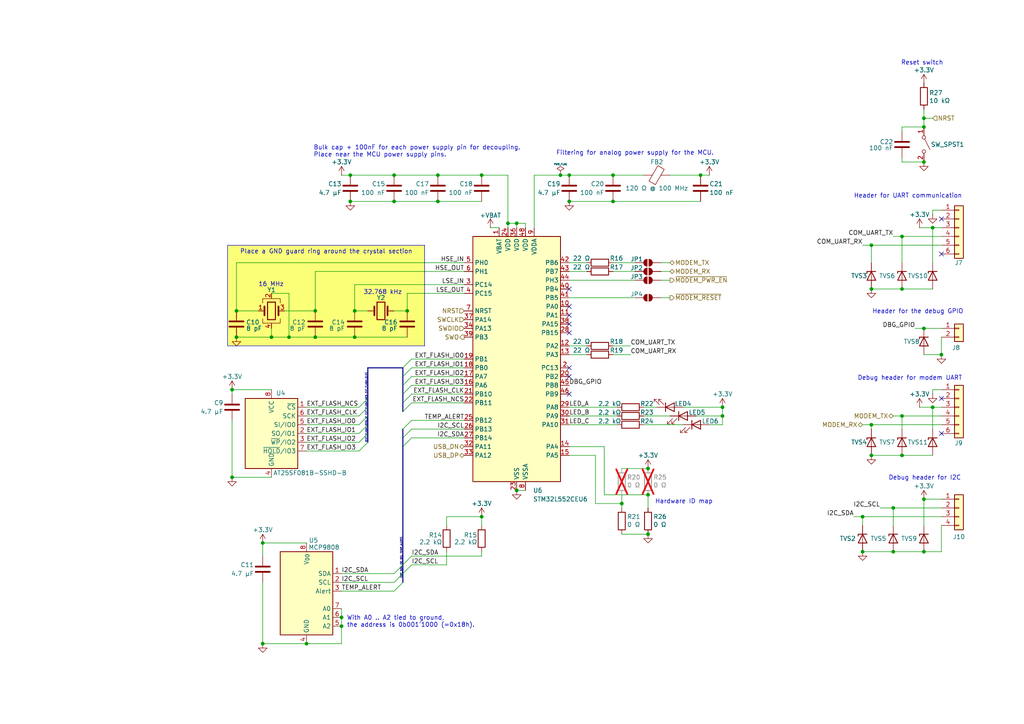
<source format=kicad_sch>
(kicad_sch (version 20231120) (generator "eeschema") (generator_version "8.0")
  (paper "A4")
  (title_block (title "Iida devkit") (date "2024-09-25") (rev "v4.2.0"))
  (lib_symbols
    (symbol "Connector_Generic:Conn_01x02" (pin_names (offset 1.016) hide)
      (property "Reference" "J" (at 0 2.54 0))
      (property "Value" "Conn_01x02" (at 0 -5.08 0))
      (symbol "Conn_01x02_1_1"
        (pin passive line (at -5.08 0 0) (length 3.81) (name "Pin_1") (number "1"))
        (pin passive line (at -5.08 -2.54 0) (length 3.81) (name "Pin_2") (number "2"))
      )
    )
    (symbol "Connector_Generic:Conn_01x04" (pin_names (offset 1.016) hide)
      (property "Reference" "J" (at 0 5.08 0))
      (property "Value" "Conn_01x04" (at 0 -7.62 0))
      (symbol "Conn_01x04_1_1"
        (pin passive line (at -5.08 2.54 0) (length 3.81) (name "Pin_1") (number "1"))
        (pin passive line (at -5.08 0 0) (length 3.81) (name "Pin_2") (number "2"))
        (pin passive line (at -5.08 -2.54 0) (length 3.81) (name "Pin_3") (number "3"))
        (pin passive line (at -5.08 -5.08 0) (length 3.81) (name "Pin_4") (number "4"))
      )
    )
    (symbol "Connector_Generic:Conn_01x06" (pin_names (offset 1.016) hide)
      (property "Reference" "J" (at 0 7.62 0))
      (property "Value" "Conn_01x06" (at 0 -10.16 0))
      (symbol "Conn_01x06_1_1"
        (pin passive line (at -5.08 5.08 0) (length 3.81) (name "Pin_1") (number "1"))
        (pin passive line (at -5.08 2.54 0) (length 3.81) (name "Pin_2") (number "2"))
        (pin passive line (at -5.08 0 0) (length 3.81) (name "Pin_3") (number "3"))
        (pin passive line (at -5.08 -2.54 0) (length 3.81) (name "Pin_4") (number "4"))
        (pin passive line (at -5.08 -5.08 0) (length 3.81) (name "Pin_5") (number "5"))
        (pin passive line (at -5.08 -7.62 0) (length 3.81) (name "Pin_6") (number "6"))
      )
    )
    (symbol "Device:C" (pin_numbers hide) (pin_names (offset 0.254))
      (property "Reference" "C" (at 0.635 2.54 0))
      (property "Value" "C" (at 0.635 -2.54 0))
      (symbol "C_1_1"
        (pin passive line (at 0 3.81 270) (length 2.794) (name "~") (number "1"))
        (pin passive line (at 0 -3.81 90) (length 2.794) (name "~") (number "2"))
      )
    )
    (symbol "Device:Crystal" (pin_numbers hide) (pin_names (offset 1.016) hide)
      (property "Reference" "Y" (at 0 3.81 0))
      (property "Value" "Crystal" (at 0 -3.81 0))
      (symbol "Crystal_1_1"
        (pin passive line (at -3.81 0 0) (length 1.27) (name "1") (number "1"))
        (pin passive line (at 3.81 0 180) (length 1.27) (name "2") (number "2"))
      )
    )
    (symbol "Device:Crystal_GND24" (pin_names (offset 1.016) hide)
      (property "Reference" "Y" (at 3.175 5.08 0))
      (property "Value" "Crystal_GND24" (at 3.175 3.175 0))
      (symbol "Crystal_GND24_1_1"
        (pin passive line (at -3.81 0 0) (length 1.27) (name "1") (number "1"))
        (pin passive line (at 0 5.08 270) (length 1.27) (name "2") (number "2"))
        (pin passive line (at 3.81 0 180) (length 1.27) (name "3") (number "3"))
        (pin passive line (at 0 -5.08 90) (length 1.27) (name "4") (number "4"))
      )
    )
    (symbol "Device:D_Zener" (pin_numbers hide) (pin_names (offset 1.016) hide)
      (property "Reference" "D" (at 0 2.54 0))
      (property "Value" "D_Zener" (at 0 -2.54 0))
      (symbol "D_Zener_1_1"
        (pin passive line (at -3.81 0 0) (length 2.54) (name "K") (number "1"))
        (pin passive line (at 3.81 0 180) (length 2.54) (name "A") (number "2"))
      )
    )
    (symbol "Device:FerriteBead" (pin_numbers hide) (pin_names (offset 0))
      (property "Reference" "FB" (at -3.81 0.635 90))
      (property "Value" "FerriteBead" (at 3.81 0 90))
      (symbol "FerriteBead_1_1"
        (pin passive line (at 0 3.81 270) (length 2.54) (name "~") (number "1"))
        (pin passive line (at 0 -3.81 90) (length 2.54) (name "~") (number "2"))
      )
    )
    (symbol "Device:LED" (pin_numbers hide) (pin_names (offset 1.016) hide)
      (property "Reference" "D" (at 0 2.54 0))
      (property "Value" "LED" (at 0 -2.54 0))
      (symbol "LED_1_1"
        (pin passive line (at -3.81 0 0) (length 2.54) (name "K") (number "1"))
        (pin passive line (at 3.81 0 180) (length 2.54) (name "A") (number "2"))
      )
    )
    (symbol "Device:R" (pin_numbers hide) (pin_names (offset 0))
      (property "Reference" "R" (at 2.032 0 90))
      (property "Value" "R" (at 0 0 90))
      (symbol "R_1_1"
        (pin passive line (at 0 3.81 270) (length 1.27) (name "~") (number "1"))
        (pin passive line (at 0 -3.81 90) (length 1.27) (name "~") (number "2"))
      )
    )
    (symbol "Jumper:SolderJumper_2_Open" (pin_numbers hide) (pin_names (offset 0) hide) (exclude_from_sim yes) (in_bom no)
      (property "Reference" "JP" (at 0 2.032 0))
      (property "Value" "SolderJumper_2_Open" (at 0 -2.54 0))
      (symbol "SolderJumper_2_Open_1_1"
        (pin passive line (at -3.81 0 0) (length 2.54) (name "A") (number "1"))
        (pin passive line (at 3.81 0 180) (length 2.54) (name "B") (number "2"))
      )
    )
    (symbol "MCP9808:MCP9808"
      (property "Reference" "U" (at 0 2.032 0))
      (property "Value" "MCP9808" (at 0 0 0))
      (symbol "MCP9808_1_1"
        (pin bidirectional line (at -10.16 -7.62 0) (length 2.54) (name "SDA") (number "1"))
        (pin input line (at -10.16 -10.16 0) (length 2.54) (name "SCL") (number "2"))
        (pin output line (at -10.16 -12.7 0) (length 2.54) (name "Alert") (number "3"))
        (pin power_in line (at 0 -27.94 90) (length 2.54) (name "GND") (number "4"))
        (pin input line (at -10.16 -22.86 0) (length 2.54) (name "A2") (number "5"))
        (pin input line (at -10.16 -20.32 0) (length 2.54) (name "A1") (number "6"))
        (pin input line (at -10.16 -17.78 0) (length 2.54) (name "A0") (number "7"))
        (pin power_in line (at 0 1.27 270) (length 2.54) (name "V_{DD}") (number "8"))
      )
    )
    (symbol "Memory_Flash:AT25SF081-SSHD-X"
      (property "Reference" "U" (at -6.35 11.43 0))
      (property "Value" "AT25SF081-SSHD-X" (at 11.43 11.43 0))
      (symbol "AT25SF081-SSHD-X_1_1"
        (pin input line (at -10.16 7.62 0) (length 2.54) (name "~{CS}") (number "1"))
        (pin bidirectional line (at -10.16 0 0) (length 2.54) (name "SO/IO1") (number "2"))
        (pin bidirectional line (at -10.16 -2.54 0) (length 2.54) (name "~{WP}/IO2") (number "3"))
        (pin power_in line (at 0 -12.7 90) (length 2.54) (name "GND") (number "4"))
        (pin bidirectional line (at -10.16 2.54 0) (length 2.54) (name "SI/IO0") (number "5"))
        (pin input line (at -10.16 5.08 0) (length 2.54) (name "SCK") (number "6"))
        (pin bidirectional line (at -10.16 -5.08 0) (length 2.54) (name "~{HOLD}/IO3") (number "7"))
        (pin power_in line (at 0 12.7 270) (length 2.54) (name "VCC") (number "8"))
      )
    )
    (symbol "STM32L552CEU6:STM32L552CEUx"
      (property "Reference" "U2" (at 4.7341 -37.465 0))
      (property "Value" "STM32L552CEU6" (at 4.7341 -40.005 0))
      (symbol "STM32L552CEUx_1_1"
        (pin power_in line (at -5.08 38.1 270) (length 2.54) (name "VBAT") (number "1"))
        (pin bidirectional line (at 15.24 15.24 180) (length 2.54) (name "PA0") (number "10"))
        (pin bidirectional line (at 15.24 12.7 180) (length 2.54) (name "PA1") (number "11"))
        (pin bidirectional line (at 15.24 3.81 180) (length 2.54) (name "PA2") (number "12"))
        (pin bidirectional line (at 15.24 1.27 180) (length 2.54) (name "PA3") (number "13"))
        (pin bidirectional line (at 15.24 -25.4 180) (length 2.54) (name "PA4") (number "14"))
        (pin bidirectional line (at 15.24 -27.94 180) (length 2.54) (name "PA5") (number "15"))
        (pin bidirectional line (at -15.24 -7.62 0) (length 2.54) (name "PA6") (number "16"))
        (pin bidirectional line (at -15.24 -5.08 0) (length 2.54) (name "PA7") (number "17"))
        (pin bidirectional line (at -15.24 -2.54 0) (length 2.54) (name "PB0") (number "18"))
        (pin bidirectional line (at -15.24 0 0) (length 2.54) (name "PB1") (number "19"))
        (pin bidirectional line (at 15.24 -2.54 180) (length 2.54) (name "PC13") (number "2"))
        (pin bidirectional line (at 15.24 -5.08 180) (length 2.54) (name "PB2") (number "20"))
        (pin bidirectional line (at -15.24 -10.16 0) (length 2.54) (name "PB10") (number "21"))
        (pin bidirectional line (at -15.24 -12.7 0) (length 2.54) (name "PB11") (number "22"))
        (pin power_in line (at 0 -38.1 90) (length 2.54) (name "VSS") (number "23"))
        (pin power_in line (at -2.54 38.1 270) (length 2.54) (name "VDD") (number "24"))
        (pin bidirectional line (at -15.24 -17.78 0) (length 2.54) (name "PB12") (number "25"))
        (pin bidirectional line (at -15.24 -20.32 0) (length 2.54) (name "PB13") (number "26"))
        (pin bidirectional line (at -15.24 -22.86 0) (length 2.54) (name "PB14") (number "27"))
        (pin bidirectional line (at 15.24 7.62 180) (length 2.54) (name "PB15") (number "28"))
        (pin bidirectional line (at 15.24 -13.97 180) (length 2.54) (name "PA8") (number "29"))
        (pin bidirectional line (at -15.24 21.59 0) (length 2.54) (name "PC14") (number "3"))
        (pin bidirectional line (at 15.24 -16.51 180) (length 2.54) (name "PA9") (number "30"))
        (pin bidirectional line (at 15.24 -19.05 180) (length 2.54) (name "PA10") (number "31"))
        (pin bidirectional line (at -15.24 -25.4 0) (length 2.54) (name "PA11") (number "32"))
        (pin bidirectional line (at -15.24 -27.94 0) (length 2.54) (name "PA12") (number "33"))
        (pin bidirectional line (at -15.24 8.89 0) (length 2.54) (name "PA13") (number "34"))
        (pin passive line (at 0 -38.1 90) (length 2.54) hide (name "VSS") (number "35"))
        (pin power_in line (at 0 38.1 270) (length 2.54) (name "VDD") (number "36"))
        (pin bidirectional line (at -15.24 11.43 0) (length 2.54) (name "PA14") (number "37"))
        (pin bidirectional line (at 15.24 10.16 180) (length 2.54) (name "PA15") (number "38"))
        (pin bidirectional line (at -15.24 6.35 0) (length 2.54) (name "PB3") (number "39"))
        (pin bidirectional line (at -15.24 19.05 0) (length 2.54) (name "PC15") (number "4"))
        (pin bidirectional line (at 15.24 20.32 180) (length 2.54) (name "PB4") (number "40"))
        (pin bidirectional line (at 15.24 17.78 180) (length 2.54) (name "PB5") (number "41"))
        (pin bidirectional line (at 15.24 27.94 180) (length 2.54) (name "PB6") (number "42"))
        (pin bidirectional line (at 15.24 25.4 180) (length 2.54) (name "PB7") (number "43"))
        (pin bidirectional line (at 15.24 22.86 180) (length 2.54) (name "PH3") (number "44"))
        (pin bidirectional line (at 15.24 -7.62 180) (length 2.54) (name "PB8") (number "45"))
        (pin bidirectional line (at 15.24 -10.16 180) (length 2.54) (name "PB9") (number "46"))
        (pin passive line (at 0 -38.1 90) (length 2.54) hide (name "VSS") (number "47"))
        (pin power_in line (at 2.54 38.1 270) (length 2.54) (name "VDD") (number "48"))
        (pin passive line (at 0 -38.1 90) (length 2.54) hide (name "VSS") (number "49"))
        (pin bidirectional line (at -15.24 27.94 0) (length 2.54) (name "PH0") (number "5"))
        (pin bidirectional line (at -15.24 25.4 0) (length 2.54) (name "PH1") (number "6"))
        (pin input line (at -15.24 13.97 0) (length 2.54) (name "NRST") (number "7"))
        (pin power_in line (at 2.54 -38.1 90) (length 2.54) (name "VSSA") (number "8"))
        (pin power_in line (at 5.08 38.1 270) (length 2.54) (name "VDDA") (number "9"))
      )
    )
    (symbol "Switch:SW_SPST" (pin_names (offset 0) hide)
      (property "Reference" "SW" (at 0 3.175 0))
      (property "Value" "SW_SPST" (at 0 -2.54 0))
      (symbol "SW_SPST_1_1"
        (pin passive line (at -5.08 0 0) (length 2.54) (name "A") (number "1"))
        (pin passive line (at 5.08 0 180) (length 2.54) (name "B") (number "2"))
      )
    )
    (symbol "power:+3.3V" (power) (pin_numbers hide) (pin_names (offset 0) hide)
      (property "Value" "+3.3V" (at 0 3.556 0))
      (symbol "+3.3V_1_1"
        (pin power_in line (at 0 0 90) (length 0) (name "~") (number "1"))
      )
    )
    (symbol "power:+BATT" (power) (pin_numbers hide) (pin_names (offset 0) hide)
      (property "Value" "+BATT" (at 0 3.556 0))
      (symbol "+BATT_1_1"
        (pin power_in line (at 0 0 90) (length 0) (name "~") (number "1"))
      )
    )
    (symbol "power:GND" (power) (pin_numbers hide) (pin_names (offset 0) hide)
      (property "Value" "GND" (at 0 -3.81 0))
      (symbol "GND_1_1"
        (pin power_in line (at 0 0 270) (length 0) (name "~") (number "1"))
      )
    )
    (symbol "power:PWR_FLAG" (power) (pin_numbers hide) (pin_names (offset 0) hide)
      (property "Value" "PWR_FLAG" (at 0 3.81 0))
      (symbol "PWR_FLAG_0_0"
        (pin power_out line (at 0 0 90) (length 0) (name "~") (number "1"))
      )
    )
  )
  (junction (at 149.86 64.77))
  (junction (at 127 58.42))
  (junction (at 102.87 97.79))
  (junction (at 261.62 68.58))
  (junction (at 250.19 149.86))
  (junction (at 114.3 50.8))
  (junction (at 203.2 50.8))
  (junction (at 165.1 58.42))
  (junction (at 259.08 147.32))
  (junction (at 187.96 135.89))
  (junction (at 139.7 50.8))
  (junction (at 252.73 71.12))
  (junction (at 114.3 58.42))
  (junction (at 252.73 83.82))
  (junction (at 101.6 58.42))
  (junction (at 88.9 186.69))
  (junction (at 177.8 50.8))
  (junction (at 165.1 50.8))
  (junction (at 127 50.8))
  (junction (at 99.06 181.61))
  (junction (at 267.97 36.83))
  (junction (at 147.32 64.77))
  (junction (at 91.44 97.79))
  (junction (at 180.34 146.05))
  (junction (at 187.96 143.51))
  (junction (at 261.62 120.65))
  (junction (at 273.05 102.87))
  (junction (at 91.44 90.17))
  (junction (at 101.6 50.8))
  (junction (at 177.8 58.42))
  (junction (at 78.74 97.79))
  (junction (at 149.86 142.24))
  (junction (at 267.97 46.99))
  (junction (at 209.55 118.11))
  (junction (at 68.58 90.17))
  (junction (at 76.2 157.48))
  (junction (at 187.96 154.94))
  (junction (at 67.31 138.43))
  (junction (at 209.55 120.65))
  (junction (at 102.87 90.17))
  (junction (at 99.06 179.07))
  (junction (at 67.31 113.03))
  (junction (at 267.97 160.02))
  (junction (at 270.51 118.11))
  (junction (at 252.73 123.19))
  (junction (at 139.7 149.86))
  (junction (at 162.56 50.8))
  (junction (at 267.97 144.78))
  (junction (at 68.58 97.79))
  (junction (at 83.82 97.79))
  (junction (at 259.08 160.02))
  (junction (at 261.62 83.82))
  (junction (at 270.51 66.04))
  (junction (at 267.97 34.29))
  (junction (at 252.73 132.08))
  (junction (at 76.2 186.69))
  (junction (at 261.62 132.08))
  (junction (at 267.97 95.25))
  (junction (at 118.11 90.17))
  (junction (at 250.19 160.02))
  (no_connect (at 165.1 88.9))
  (no_connect (at 273.05 125.73))
  (no_connect (at 165.1 114.3))
  (no_connect (at 273.05 73.66))
  (no_connect (at 165.1 96.52))
  (no_connect (at 273.05 115.57))
  (no_connect (at 165.1 106.68))
  (no_connect (at 165.1 93.98))
  (no_connect (at 165.1 109.22))
  (no_connect (at 165.1 91.44))
  (no_connect (at 273.05 63.5))
  (no_connect (at 165.1 83.82))
  (bus_entry (at 116.84 106.68) (size 2.54 -2.54))
  (bus_entry (at 116.84 114.3) (size 2.54 -2.54))
  (bus_entry (at 116.84 124.46) (size 2.54 -2.54))
  (bus_entry (at 116.84 127) (size 2.54 -2.54))
  (bus_entry (at 106.68 125.73) (size -2.54 2.54))
  (bus_entry (at 106.68 123.19) (size -2.54 2.54))
  (bus_entry (at 116.84 166.37) (size -2.54 2.54))
  (bus_entry (at 116.84 166.37) (size 2.54 -2.54))
  (bus_entry (at 116.84 119.38) (size 2.54 -2.54))
  (bus_entry (at 106.68 128.27) (size -2.54 2.54))
  (bus_entry (at 116.84 116.84) (size 2.54 -2.54))
  (bus_entry (at 116.84 163.83) (size 2.54 -2.54))
  (bus_entry (at 116.84 163.83) (size -2.54 2.54))
  (bus_entry (at 116.84 168.91) (size -2.54 2.54))
  (bus_entry (at 106.68 115.57) (size -2.54 2.54))
  (bus_entry (at 116.84 109.22) (size 2.54 -2.54))
  (bus_entry (at 116.84 111.76) (size 2.54 -2.54))
  (bus_entry (at 116.84 129.54) (size 2.54 -2.54))
  (bus_entry (at 106.68 118.11) (size -2.54 2.54))
  (bus_entry (at 106.68 120.65) (size -2.54 2.54))
  (bus (pts (xy 106.68 106.68) (xy 106.68 115.57)))
  (wire (pts (xy 78.74 85.09) (xy 83.82 85.09)))
  (wire (pts (xy 267.97 144.78) (xy 273.05 144.78)))
  (wire (pts (xy 270.51 114.3) (xy 270.51 113.03)))
  (wire (pts (xy 83.82 97.79) (xy 91.44 97.79)))
  (wire (pts (xy 209.55 120.65) (xy 209.55 123.19)))
  (wire (pts (xy 91.44 97.79) (xy 102.87 97.79)))
  (wire (pts (xy 203.2 58.42) (xy 177.8 58.42)))
  (wire (pts (xy 198.12 118.11) (xy 209.55 118.11)))
  (wire (pts (xy 91.44 78.74) (xy 134.62 78.74)))
  (wire (pts (xy 104.14 118.11) (xy 88.9 118.11)))
  (bus (pts (xy 116.84 116.84) (xy 116.84 119.38)))
  (wire (pts (xy 165.1 86.36) (xy 184.15 86.36)))
  (wire (pts (xy 247.65 149.86) (xy 250.19 149.86)))
  (wire (pts (xy 88.9 157.48) (xy 76.2 157.48)))
  (wire (pts (xy 261.62 36.83) (xy 267.97 36.83)))
  (wire (pts (xy 119.38 109.22) (xy 134.62 109.22)))
  (wire (pts (xy 201.93 120.65) (xy 209.55 120.65)))
  (wire (pts (xy 119.38 111.76) (xy 134.62 111.76)))
  (wire (pts (xy 114.3 90.17) (xy 118.11 90.17)))
  (wire (pts (xy 102.87 82.55) (xy 134.62 82.55)))
  (wire (pts (xy 187.96 154.94) (xy 180.34 154.94)))
  (wire (pts (xy 252.73 71.12) (xy 273.05 71.12)))
  (wire (pts (xy 186.69 120.65) (xy 194.31 120.65)))
  (wire (pts (xy 99.06 179.07) (xy 99.06 181.61)))
  (wire (pts (xy 177.8 102.87) (xy 182.88 102.87)))
  (wire (pts (xy 67.31 138.43) (xy 67.31 121.92)))
  (wire (pts (xy 76.2 157.48) (xy 76.2 161.29)))
  (wire (pts (xy 165.1 76.2) (xy 170.18 76.2)))
  (wire (pts (xy 180.34 147.32) (xy 180.34 146.05)))
  (wire (pts (xy 147.32 64.77) (xy 149.86 64.77)))
  (wire (pts (xy 152.4 64.77) (xy 152.4 66.04)))
  (wire (pts (xy 259.08 147.32) (xy 273.05 147.32)))
  (wire (pts (xy 270.51 118.11) (xy 273.05 118.11)))
  (wire (pts (xy 165.1 50.8) (xy 162.56 50.8)))
  (wire (pts (xy 209.55 118.11) (xy 209.55 120.65)))
  (bus (pts (xy 116.84 109.22) (xy 116.84 111.76)))
  (wire (pts (xy 252.73 123.19) (xy 273.05 123.19)))
  (wire (pts (xy 78.74 95.25) (xy 78.74 97.79)))
  (wire (pts (xy 175.26 143.51) (xy 175.26 129.54)))
  (wire (pts (xy 104.14 120.65) (xy 88.9 120.65)))
  (bus (pts (xy 116.84 111.76) (xy 116.84 114.3)))
  (bus (pts (xy 106.68 123.19) (xy 106.68 125.73)))
  (wire (pts (xy 99.06 171.45) (xy 114.3 171.45)))
  (wire (pts (xy 252.73 83.82) (xy 261.62 83.82)))
  (wire (pts (xy 165.1 81.28) (xy 184.15 81.28)))
  (wire (pts (xy 67.31 114.3) (xy 67.31 113.03)))
  (wire (pts (xy 68.58 76.2) (xy 68.58 90.17)))
  (wire (pts (xy 119.38 161.29) (xy 139.7 161.29)))
  (wire (pts (xy 267.97 144.78) (xy 267.97 152.4)))
  (wire (pts (xy 259.08 147.32) (xy 259.08 152.4)))
  (wire (pts (xy 259.08 160.02) (xy 267.97 160.02)))
  (bus (pts (xy 106.68 115.57) (xy 106.68 118.11)))
  (wire (pts (xy 252.73 132.08) (xy 261.62 132.08)))
  (wire (pts (xy 203.2 50.8) (xy 194.31 50.8)))
  (wire (pts (xy 270.51 60.96) (xy 273.05 60.96)))
  (wire (pts (xy 114.3 58.42) (xy 127 58.42)))
  (wire (pts (xy 190.5 118.11) (xy 186.69 118.11)))
  (wire (pts (xy 104.14 125.73) (xy 88.9 125.73)))
  (wire (pts (xy 194.31 76.2) (xy 191.77 76.2)))
  (wire (pts (xy 250.19 123.19) (xy 252.73 123.19)))
  (wire (pts (xy 187.96 135.89) (xy 180.34 135.89)))
  (bus (pts (xy 116.84 163.83) (xy 116.84 166.37)))
  (wire (pts (xy 119.38 104.14) (xy 134.62 104.14)))
  (wire (pts (xy 250.19 160.02) (xy 259.08 160.02)))
  (wire (pts (xy 165.1 120.65) (xy 179.07 120.65)))
  (bus (pts (xy 116.84 127) (xy 116.84 129.54)))
  (wire (pts (xy 250.19 149.86) (xy 250.19 152.4)))
  (wire (pts (xy 259.08 68.58) (xy 261.62 68.58)))
  (wire (pts (xy 99.06 166.37) (xy 114.3 166.37)))
  (wire (pts (xy 114.3 50.8) (xy 127 50.8)))
  (wire (pts (xy 180.34 146.05) (xy 172.72 146.05)))
  (wire (pts (xy 261.62 68.58) (xy 261.62 76.2)))
  (wire (pts (xy 119.38 114.3) (xy 134.62 114.3)))
  (wire (pts (xy 175.26 143.51) (xy 187.96 143.51)))
  (wire (pts (xy 139.7 152.4) (xy 139.7 149.86)))
  (wire (pts (xy 180.34 146.05) (xy 180.34 143.51)))
  (wire (pts (xy 102.87 82.55) (xy 102.87 90.17)))
  (wire (pts (xy 119.38 163.83) (xy 129.54 163.83)))
  (wire (pts (xy 149.86 64.77) (xy 152.4 64.77)))
  (bus (pts (xy 116.84 166.37) (xy 116.84 168.91)))
  (wire (pts (xy 186.69 50.8) (xy 177.8 50.8)))
  (bus (pts (xy 106.68 120.65) (xy 106.68 123.19)))
  (wire (pts (xy 270.51 113.03) (xy 273.05 113.03)))
  (wire (pts (xy 172.72 146.05) (xy 172.72 132.08)))
  (wire (pts (xy 273.05 152.4) (xy 273.05 160.02)))
  (wire (pts (xy 270.51 34.29) (xy 267.97 34.29)))
  (wire (pts (xy 119.38 124.46) (xy 134.62 124.46)))
  (wire (pts (xy 165.1 118.11) (xy 179.07 118.11)))
  (wire (pts (xy 165.1 78.74) (xy 170.18 78.74)))
  (wire (pts (xy 154.94 50.8) (xy 154.94 66.04)))
  (wire (pts (xy 261.62 120.65) (xy 261.62 124.46)))
  (wire (pts (xy 99.06 50.8) (xy 101.6 50.8)))
  (wire (pts (xy 191.77 78.74) (xy 194.31 78.74)))
  (wire (pts (xy 78.74 97.79) (xy 68.58 97.79)))
  (wire (pts (xy 252.73 76.2) (xy 252.73 71.12)))
  (wire (pts (xy 68.58 90.17) (xy 74.93 90.17)))
  (wire (pts (xy 101.6 50.8) (xy 114.3 50.8)))
  (wire (pts (xy 129.54 152.4) (xy 129.54 149.86)))
  (wire (pts (xy 78.74 138.43) (xy 67.31 138.43)))
  (bus (pts (xy 116.84 124.46) (xy 116.84 127)))
  (wire (pts (xy 191.77 81.28) (xy 194.31 81.28)))
  (wire (pts (xy 76.2 186.69) (xy 88.9 186.69)))
  (wire (pts (xy 165.1 102.87) (xy 170.18 102.87)))
  (bus (pts (xy 116.84 129.54) (xy 116.84 163.83)))
  (wire (pts (xy 104.14 128.27) (xy 88.9 128.27)))
  (wire (pts (xy 119.38 106.68) (xy 134.62 106.68)))
  (wire (pts (xy 273.05 160.02) (xy 267.97 160.02)))
  (wire (pts (xy 187.96 143.51) (xy 187.96 147.32)))
  (wire (pts (xy 102.87 97.79) (xy 118.11 97.79)))
  (bus (pts (xy 116.84 114.3) (xy 116.84 116.84)))
  (wire (pts (xy 142.24 66.04) (xy 144.78 66.04)))
  (wire (pts (xy 177.8 100.33) (xy 182.88 100.33)))
  (wire (pts (xy 91.44 78.74) (xy 91.44 90.17)))
  (bus (pts (xy 116.84 106.68) (xy 116.84 109.22)))
  (wire (pts (xy 149.86 64.77) (xy 149.86 66.04)))
  (bus (pts (xy 106.68 106.68) (xy 116.84 106.68)))
  (wire (pts (xy 67.31 113.03) (xy 78.74 113.03)))
  (wire (pts (xy 149.86 142.24) (xy 152.4 142.24)))
  (wire (pts (xy 261.62 46.99) (xy 261.62 45.72)))
  (wire (pts (xy 99.06 181.61) (xy 99.06 186.69)))
  (wire (pts (xy 129.54 160.02) (xy 129.54 163.83)))
  (bus (pts (xy 106.68 118.11) (xy 106.68 120.65)))
  (wire (pts (xy 261.62 120.65) (xy 273.05 120.65)))
  (wire (pts (xy 261.62 68.58) (xy 273.05 68.58)))
  (wire (pts (xy 270.51 62.23) (xy 270.51 60.96)))
  (wire (pts (xy 82.55 90.17) (xy 91.44 90.17)))
  (wire (pts (xy 267.97 102.87) (xy 273.05 102.87)))
  (wire (pts (xy 267.97 95.25) (xy 273.05 95.25)))
  (wire (pts (xy 104.14 130.81) (xy 88.9 130.81)))
  (wire (pts (xy 162.56 50.8) (xy 154.94 50.8)))
  (wire (pts (xy 255.27 147.32) (xy 259.08 147.32)))
  (wire (pts (xy 270.51 66.04) (xy 273.05 66.04)))
  (wire (pts (xy 88.9 186.69) (xy 99.06 186.69)))
  (wire (pts (xy 127 58.42) (xy 139.7 58.42)))
  (wire (pts (xy 177.8 76.2) (xy 184.15 76.2)))
  (wire (pts (xy 127 50.8) (xy 139.7 50.8)))
  (wire (pts (xy 139.7 160.02) (xy 139.7 161.29)))
  (wire (pts (xy 177.8 50.8) (xy 165.1 50.8)))
  (wire (pts (xy 252.73 123.19) (xy 252.73 124.46)))
  (wire (pts (xy 147.32 50.8) (xy 147.32 64.77)))
  (wire (pts (xy 267.97 34.29) (xy 267.97 36.83)))
  (wire (pts (xy 266.7 118.11) (xy 270.51 118.11)))
  (wire (pts (xy 99.06 168.91) (xy 114.3 168.91)))
  (wire (pts (xy 119.38 116.84) (xy 134.62 116.84)))
  (wire (pts (xy 209.55 123.19) (xy 205.74 123.19)))
  (wire (pts (xy 177.8 58.42) (xy 165.1 58.42)))
  (wire (pts (xy 261.62 38.1) (xy 261.62 36.83)))
  (wire (pts (xy 270.51 118.11) (xy 270.51 124.46)))
  (wire (pts (xy 102.87 90.17) (xy 106.68 90.17)))
  (wire (pts (xy 119.38 121.92) (xy 134.62 121.92)))
  (wire (pts (xy 261.62 83.82) (xy 270.51 83.82)))
  (wire (pts (xy 273.05 102.87) (xy 273.05 97.79)))
  (wire (pts (xy 129.54 149.86) (xy 139.7 149.86)))
  (wire (pts (xy 99.06 176.53) (xy 99.06 179.07)))
  (wire (pts (xy 119.38 127) (xy 134.62 127)))
  (wire (pts (xy 175.26 129.54) (xy 165.1 129.54)))
  (wire (pts (xy 266.7 66.04) (xy 270.51 66.04)))
  (wire (pts (xy 250.19 149.86) (xy 273.05 149.86)))
  (wire (pts (xy 250.19 71.12) (xy 252.73 71.12)))
  (wire (pts (xy 104.14 123.19) (xy 88.9 123.19)))
  (wire (pts (xy 101.6 58.42) (xy 114.3 58.42)))
  (wire (pts (xy 134.62 76.2) (xy 68.58 76.2)))
  (wire (pts (xy 186.69 123.19) (xy 198.12 123.19)))
  (wire (pts (xy 83.82 85.09) (xy 83.82 97.79)))
  (wire (pts (xy 261.62 132.08) (xy 270.51 132.08)))
  (wire (pts (xy 76.2 168.91) (xy 76.2 186.69)))
  (wire (pts (xy 165.1 123.19) (xy 179.07 123.19)))
  (wire (pts (xy 165.1 100.33) (xy 170.18 100.33)))
  (wire (pts (xy 134.62 85.09) (xy 118.11 85.09)))
  (wire (pts (xy 267.97 31.75) (xy 267.97 34.29)))
  (wire (pts (xy 270.51 66.04) (xy 270.51 76.2)))
  (wire (pts (xy 177.8 78.74) (xy 184.15 78.74)))
  (wire (pts (xy 191.77 86.36) (xy 194.31 86.36)))
  (wire (pts (xy 259.08 120.65) (xy 261.62 120.65)))
  (wire (pts (xy 147.32 50.8) (xy 139.7 50.8)))
  (wire (pts (xy 265.43 95.25) (xy 267.97 95.25)))
  (bus (pts (xy 106.68 125.73) (xy 106.68 128.27)))
  (wire (pts (xy 267.97 46.99) (xy 261.62 46.99)))
  (wire (pts (xy 205.74 50.8) (xy 203.2 50.8)))
  (wire (pts (xy 172.72 132.08) (xy 165.1 132.08)))
  (wire (pts (xy 78.74 97.79) (xy 83.82 97.79)))
  (wire (pts (xy 118.11 85.09) (xy 118.11 90.17)))
  (wire (pts (xy 147.32 64.77) (xy 147.32 66.04)))
  (text_box "Place a GND guard ring around the crystal section" (at 66.04 71.12 0) (size 57.15 29.21) (fill (type color) (color 251 255 120 1)) (effects (font (size 1.27 1.27)) (justify top)))
  (text "Reset switch" (at 267.462 18.288 0) (effects (font (size 1.27 1.27))))
  (text "Header for the debug GPIO" (at 252.984 90.424 0) (effects (font (size 1.27 1.27)) (justify left)))
  (text "Debug header for modem UART" (at 263.906 109.728 0) (effects (font (size 1.27 1.27))))
  (text "Hardware ID map" (at 198.374 145.542 0) (effects (font (size 1.27 1.27))))
  (text "Filtering for analog power supply for the MCU." (at 161.29 44.45 0) (effects (font (size 1.27 1.27)) (justify left)))
  (text "Debug header for I2C" (at 268.224 138.684 0) (effects (font (size 1.27 1.27))))
  (text "Header for UART communication" (at 247.65 56.896 0) (effects (font (size 1.27 1.27)) (justify left)))
  (text "16 MHz" (at 74.93 83.312 0) (effects (font (size 1.27 1.27)) (justify left bottom)))
  (text "32.768 kHz" (at 105.41 85.598 0) (effects (font (size 1.27 1.27)) (justify left bottom)))
  (text "With A0 .. A2 tied to ground,\nthe address is 0b001'1000 (=0x18h)." (at 100.584 182.118 0) (effects (font (size 1.27 1.27)) (justify left bottom)))
  (text "Bulk cap + 100nF for each power supply pin for decoupling.\nPlace near the MCU power supply pins." (at 90.932 43.942 0) (effects (font (size 1.27 1.27)) (justify left)))
  (label "EXT_FLASH_IO0" (at 88.9 123.19 0))
  (label "EXT_FLASH_IO3" (at 134.62 111.76 180))
  (label "EXT_FLASH_CLK" (at 134.62 114.3 180))
  (label "I2C_SCL" (at 255.27 147.32 180))
  (label "I2C_SDA" (at 119.38 161.29 0))
  (label "COM_UART_RX" (at 182.88 102.87 0))
  (label "I2C_SCL" (at 134.62 124.46 180))
  (label "EXT_FLASH_IO0" (at 134.62 104.14 180))
  (label "LED_B" (at 165.1 120.65 0))
  (label "TEMP_ALERT" (at 99.06 171.45 0))
  (label "EXT_FLASH_IO3" (at 88.9 130.81 0))
  (label "HSE_OUT" (at 134.62 78.74 180))
  (label "COM_UART_TX" (at 182.88 100.33 0))
  (label "I2C_SDA" (at 99.06 166.37 0))
  (label "EXT_FLASH_NCS" (at 88.9 118.11 0))
  (label "COM_UART_TX" (at 259.08 68.58 180))
  (label "EXT_FLASH_IO2" (at 88.9 128.27 0))
  (label "EXT_FLASH_CLK" (at 88.9 120.65 0))
  (label "HSE_IN" (at 134.62 76.2 180))
  (label "I2C_SCL" (at 99.06 168.91 0))
  (label "I2C_SDA" (at 134.62 127 180))
  (label "I2C_SDA" (at 247.65 149.86 180))
  (label "DBG_GPIO" (at 165.1 111.76 0))
  (label "COM_UART_RX" (at 250.19 71.12 180))
  (label "EXT_FLASH_IO2" (at 134.62 109.22 180))
  (label "{I2C_SDA I2C_SCL TEMP_ALERT}" (at 116.84 167.64 90) (effects (font (size 0.5 0.5))))
  (label "LED_A" (at 165.1 118.11 0))
  (label "LSE_IN" (at 134.62 82.55 180))
  (label "LSE_OUT" (at 134.62 85.09 180))
  (label "EXT_FLASH_NCS" (at 134.62 116.84 180))
  (label "LED_C" (at 165.1 123.19 0))
  (label "DBG_GPIO" (at 265.43 95.25 180))
  (label "EXT_FLASH_IO1" (at 88.9 125.73 0))
  (label "TEMP_ALERT" (at 134.62 121.92 180))
  (label "EXT_FLASH_IO1" (at 134.62 106.68 180))
  (label "{EXT_FLASH_IO[0..3] EXT_FLASH_NCS EXT_FLASH_CLK}" (at 106.68 128.27 90) (effects (font (size 0.5 0.5))))
  (label "I2C_SCL" (at 119.38 163.83 0))
  (hierarchical_label "~{MODEM_RESET}" (shape output) (at 194.31 86.36 0))
  (hierarchical_label "MODEM_TX" (shape bidirectional) (at 194.31 76.2 0))
  (hierarchical_label "~{MODEM_PWR_EN}" (shape output) (at 194.31 81.28 0))
  (hierarchical_label "NRST" (shape input) (at 270.51 34.29 0))
  (hierarchical_label "MODEM_RX" (shape bidirectional) (at 194.31 78.74 0))
  (hierarchical_label "SWO" (shape output) (at 134.62 97.79 180))
  (hierarchical_label "MODEM_TX" (shape bidirectional) (at 259.08 120.65 180))
  (hierarchical_label "USB_DP" (shape bidirectional) (at 134.62 132.08 180))
  (hierarchical_label "SWCLK" (shape input) (at 134.62 92.71 180))
  (hierarchical_label "NRST" (shape input) (at 134.62 90.17 180))
  (hierarchical_label "MODEM_RX" (shape bidirectional) (at 250.19 123.19 180))
  (hierarchical_label "USB_DN" (shape bidirectional) (at 134.62 129.54 180))
  (hierarchical_label "SWDIO" (shape input) (at 134.62 95.25 180))
  (symbol (lib_id "Switch:SW_SPST") (at 267.97 41.91 270) (unit 1)
    (property "Reference" "SW_SPST1" (at 274.828 41.91 90))
    (property "Value" "PTS645SK50SMTR92 LFS" (effects (hide yes)))
    (property "Footprint" "Button_Switch_SMD:SW_SPST_PTS645" (effects (hide yes)))
    (property "Manufacturer" "C&K" (effects (hide yes)))
    (property "Manufacturer Part Number" "PTS645SK50SMTR92 LFS" (effects (hide yes)))
    (property "Digi-Key Part Number" "CKN9087CT-ND" (effects (hide yes)))
  )
  (symbol (lib_id "Device:R") (at 180.34 139.7 0) (unit 1) (in_bom no) (dnp yes)
    (property "Reference" "R20" (at 181.864 138.43 0) (effects (justify left)))
    (property "Value" "0 Ω" (at 181.864 140.716 0) (effects (justify left)))
    (property "Footprint" "perfect_footprints:0402_1005_perfect" (effects (hide yes)))
    (property "Manufacturer" "YAGEO" (effects (hide yes)))
    (property "Manufacturer Part Number" "RC0402JR-070RL" (effects (hide yes)))
    (property "Digi-Key Part Number" "311-0.0JRCT-ND" (effects (hide yes)))
  )
  (symbol (lib_id "Connector_Generic:Conn_01x04") (at 278.13 147.32 0) (unit 1)
    (property "Reference" "J10" (at 278.13 155.702 0))
    (property "Value" "PRPC004SAAN-RC" (effects (hide yes)))
    (property "Footprint" "Connector_PinHeader_2.54mm:PinHeader_1x04_P2.54mm_Vertical" (effects (hide yes)))
    (property "Description" "Generic connector, single row, 01x04, script generated (kicad-library-utils/schlib/autogen/connector/)" (effects (hide yes)))
    (property "Digi-Key Part Number" "S1011EC-04-ND" (effects (hide yes)))
    (property "Manufacturer" "Sullins Connector Solutions" (effects (hide yes)))
    (property "Manufacturer Part Number" "PRPC004SAAN-RC" (effects (hide yes)))
  )
  (symbol (lib_id "Device:C") (at 177.8 54.61 0) (mirror y) (unit 1)
    (property "Reference" "C20" (at 175.26 53.34 0) (effects (justify left)))
    (property "Value" "100 nF" (at 175.26 55.88 0) (effects (justify left)))
    (property "Footprint" "perfect_footprints:0402_1005_perfect" (effects (hide yes)))
    (property "Manufacturer" "Würth Elektronik" (effects (hide yes)))
    (property "Manufacturer Part Number" "885012205018" (effects (hide yes)))
    (property "Digi-Key Part Number" "732-7513-1-ND" (effects (hide yes)))
  )
  (symbol (lib_id "power:GND") (at 270.51 114.3 0) (unit 1)
    (property "Reference" "#PWR036" (effects (hide yes)))
    (property "Value" "GND" (effects (hide yes)))
    (property "Description" "Power symbol creates a global label with name \"GND\" , ground" (effects (hide yes)))
  )
  (symbol (lib_id "Device:C") (at 165.1 54.61 0) (mirror y) (unit 1)
    (property "Reference" "C19" (at 162.56 53.34 0) (effects (justify left)))
    (property "Value" "4.7 µF" (at 162.56 55.88 0) (effects (justify left)))
    (property "Footprint" "Capacitor_SMD:C_0603_1608Metric" (effects (hide yes)))
    (property "Manufacturer" "Samsung Electro-Mechanics" (effects (hide yes)))
    (property "Manufacturer Part Number" "CL10A475KP8NNNC" (effects (hide yes)))
    (property "Digi-Key Part Number" "1276-1044-1-ND" (effects (hide yes)))
  )
  (symbol (lib_id "power:PWR_FLAG") (at 162.56 50.8 0) (unit 1)
    (property "Reference" "#FLG05" (effects (hide yes)))
    (property "Value" "PWR_FLAG" (at 162.56 47.625 0) (effects (font (size 0.5 0.5))))
    (property "Description" "Special symbol for telling ERC where power comes from" (effects (hide yes)))
  )
  (symbol (lib_id "Device:D_Zener") (at 270.51 128.27 90) (mirror x) (unit 1)
    (property "Reference" "TVS11" (at 266.192 128.27 90))
    (property "Value" "PE1605M1Q_R1_00001" (effects (hide yes)))
    (property "Footprint" "perfect_footprints:0402_1005_perfect" (effects (hide yes)))
    (property "Digi-Key Part Number" "3757-PE1605M1Q_R1_00001CT-ND" (effects (hide yes)))
    (property "Manufacturer" "Panjit International Inc." (effects (hide yes)))
    (property "Manufacturer Part Number" "PE1605M1Q_R1_00001" (effects (hide yes)))
  )
  (symbol (lib_id "Device:R") (at 173.99 78.74 270) (mirror x) (unit 1)
    (property "Reference" "R17" (at 178.816 77.47 90))
    (property "Value" "22 Ω" (at 168.656 77.47 90))
    (property "Footprint" "perfect_footprints:0402_1005_perfect" (effects (hide yes)))
    (property "Description" "Resistor" (effects (hide yes)))
    (property "Digi-Key Part Number" "311-22.0LRCT-ND" (effects (hide yes)))
    (property "Manufacturer" "YAGEO" (effects (hide yes)))
    (property "Manufacturer Part Number" "RC0402FR-0722RL" (effects (hide yes)))
  )
  (symbol (lib_id "Device:R") (at 180.34 151.13 0) (unit 1)
    (property "Reference" "R21" (at 181.864 149.86 0) (effects (justify left)))
    (property "Value" "0 Ω" (at 181.864 152.146 0) (effects (justify left)))
    (property "Footprint" "perfect_footprints:0402_1005_perfect" (effects (hide yes)))
    (property "Manufacturer" "YAGEO" (effects (hide yes)))
    (property "Manufacturer Part Number" "RC0402JR-070RL" (effects (hide yes)))
    (property "Digi-Key Part Number" "311-0.0JRCT-ND" (effects (hide yes)))
  )
  (symbol (lib_id "Connector_Generic:Conn_01x06") (at 278.13 66.04 0) (unit 1)
    (property "Reference" "J7" (at 276.86 76.2 0) (effects (justify left)))
    (property "Value" "PRPC006SAAN-RC" (effects (hide yes)))
    (property "Footprint" "Connector_PinHeader_2.54mm:PinHeader_1x06_P2.54mm_Vertical" (effects (hide yes)))
    (property "Description" "Generic connector, single row, 01x06, script generated (kicad-library-utils/schlib/autogen/connector/)" (effects (hide yes)))
    (property "Digi-Key Part Number" "S1011EC-06-ND" (effects (hide yes)))
    (property "Manufacturer" "Sullins Connector Solutions" (effects (hide yes)))
    (property "Manufacturer Part Number" "PRPC006SAAN-RC" (effects (hide yes)))
  )
  (symbol (lib_id "Memory_Flash:AT25SF081-SSHD-X") (at 78.74 125.73 0) (mirror y) (unit 1)
    (property "Reference" "U4" (at 82.804 114.046 0) (effects (justify left)))
    (property "Value" "AT25SF081B-SSHD-B" (at 79.248 137.16 0) (effects (justify right)))
    (property "Footprint" "Package_SO:SOIC-8_3.9x4.9mm_P1.27mm" (effects (hide yes)))
    (property "Datasheet" "https://www.renesas.com/us/en/document/dst/at25sf081b-datasheet" (effects (hide yes)))
    (property "Description" "8-Mbit, 2.5V Minimum SPI Serial Flash Memory with Dual-I/O and Quad-I/O Support, SOIC-8" (effects (hide yes)))
    (property "Manufacturer" "Renesas Electronics Corporation" (effects (hide yes)))
    (property "Manufacturer Part Number" "AT25SF081B-SSHD-B" (effects (hide yes)))
    (property "Digi-Key Part Number" "1265-AT25SF081B-SSHD-B-ND" (effects (hide yes)))
  )
  (symbol (lib_id "Device:R") (at 139.7 156.21 0) (unit 1)
    (property "Reference" "R15" (at 138.43 155.194 0) (effects (justify right)))
    (property "Value" "2.2 kΩ" (at 138.43 157.226 0) (effects (justify right)))
    (property "Footprint" "perfect_footprints:0402_1005_perfect" (effects (hide yes)))
    (property "Digi-Key Part Number" "311-2.20KLRCT-ND" (effects (hide yes)))
    (property "Manufacturer" "YAGEO" (effects (hide yes)))
    (property "Manufacturer Part Number" "RC0402FR-072K2L" (effects (hide yes)))
  )
  (symbol (lib_id "Device:C") (at 76.2 165.1 0) (mirror y) (unit 1)
    (property "Reference" "C11" (at 73.66 163.83 0) (effects (justify left)))
    (property "Value" "4.7 µF" (at 73.66 166.37 0) (effects (justify left)))
    (property "Footprint" "Capacitor_SMD:C_0603_1608Metric" (effects (hide yes)))
    (property "Manufacturer" "Samsung Electro-Mechanics" (effects (hide yes)))
    (property "Manufacturer Part Number" "CL10A475KP8NNNC" (effects (hide yes)))
    (property "Digi-Key Part Number" "1276-1044-1-ND" (effects (hide yes)))
  )
  (symbol (lib_id "MCP9808:MCP9808") (at 88.9 158.75 0) (mirror y) (unit 1)
    (property "Reference" "U5" (at 90.932 156.718 0))
    (property "Value" "MCP9808" (at 93.98 158.75 0))
    (property "Footprint" "Package_SO:MSOP-8_3x3mm_P0.65mm" (effects (hide yes)))
    (property "Datasheet" "http://ww1.microchip.com/downloads/en/DeviceDoc/22203b.pdf" (effects (hide yes)))
    (property "Manufacturer" "Microchip Technology" (effects (hide yes)))
    (property "Manufacturer Part Number" "MCP9808T-E/MS" (effects (hide yes)))
    (property "Digi-Key Part Number" "MCP9808T-E/MSCT-ND" (effects (hide yes)))
  )
  (symbol (lib_id "power:+3.3V") (at 187.96 135.89 0) (unit 1)
    (property "Reference" "#PWR023" (effects (hide yes)))
    (property "Value" "+3.3V" (at 187.96 132.08 0))
    (property "Description" "Power symbol creates a global label with name \"+3.3V\"" (effects (hide yes)))
  )
  (symbol (lib_id "Device:R") (at 173.99 100.33 270) (mirror x) (unit 1)
    (property "Reference" "R18" (at 178.816 99.06 90))
    (property "Value" "22 Ω" (at 168.656 99.06 90))
    (property "Footprint" "perfect_footprints:0402_1005_perfect" (effects (hide yes)))
    (property "Description" "Resistor" (effects (hide yes)))
    (property "Digi-Key Part Number" "311-22.0LRCT-ND" (effects (hide yes)))
    (property "Manufacturer" "YAGEO" (effects (hide yes)))
    (property "Manufacturer Part Number" "RC0402FR-0722RL" (effects (hide yes)))
  )
  (symbol (lib_id "power:+3.3V") (at 67.31 113.03 0) (unit 1)
    (property "Reference" "#PWR012" (effects (hide yes)))
    (property "Value" "+3.3V" (at 67.31 109.22 0))
    (property "Description" "Power symbol creates a global label with name \"+3.3V\"" (effects (hide yes)))
  )
  (symbol (lib_id "Device:C") (at 101.6 54.61 0) (mirror y) (unit 1)
    (property "Reference" "C13" (at 99.06 53.34 0) (effects (justify left)))
    (property "Value" "4.7 µF" (at 99.06 55.88 0) (effects (justify left)))
    (property "Footprint" "Capacitor_SMD:C_0603_1608Metric" (effects (hide yes)))
    (property "Manufacturer" "Samsung Electro-Mechanics" (effects (hide yes)))
    (property "Manufacturer Part Number" "CL10A475KP8NNNC" (effects (hide yes)))
    (property "Digi-Key Part Number" "1276-1044-1-ND" (effects (hide yes)))
  )
  (symbol (lib_id "power:GND") (at 187.96 154.94 0) (unit 1)
    (property "Reference" "#PWR024" (effects (hide yes)))
    (property "Value" "GND" (effects (hide yes)))
    (property "Description" "Power symbol creates a global label with name \"GND\" , ground" (effects (hide yes)))
  )
  (symbol (lib_id "Jumper:SolderJumper_2_Open") (at 187.96 78.74 0) (unit 1) (exclude_from_sim yes) (in_bom no)
    (property "Reference" "JP2" (at 184.658 77.724 0))
    (property "Value" "SolderJumper_2_Open" (effects (hide yes)))
    (property "Footprint" "Jumper:SolderJumper-2_P1.3mm_Open_RoundedPad1.0x1.5mm" (effects (hide yes)))
    (property "Description" "Solder Jumper, 2-pole, open" (effects (hide yes)))
    (property "Digi-Key Part Number" "-" (effects (hide yes)))
    (property "Manufacturer" "-" (effects (hide yes)))
    (property "Manufacturer Part Number" "-" (effects (hide yes)))
  )
  (symbol (lib_id "Device:D_Zener") (at 252.73 128.27 90) (mirror x) (unit 1)
    (property "Reference" "TVS4" (at 249.174 128.27 90))
    (property "Value" "PE1605M1Q_R1_00001" (effects (hide yes)))
    (property "Footprint" "perfect_footprints:0402_1005_perfect" (effects (hide yes)))
    (property "Digi-Key Part Number" "3757-PE1605M1Q_R1_00001CT-ND" (effects (hide yes)))
    (property "Manufacturer" "Panjit International Inc." (effects (hide yes)))
    (property "Manufacturer Part Number" "PE1605M1Q_R1_00001" (effects (hide yes)))
  )
  (symbol (lib_id "Jumper:SolderJumper_2_Open") (at 187.96 76.2 0) (unit 1) (exclude_from_sim yes) (in_bom no)
    (property "Reference" "JP1" (at 184.658 75.184 0))
    (property "Value" "SolderJumper_2_Open" (effects (hide yes)))
    (property "Footprint" "Jumper:SolderJumper-2_P1.3mm_Open_RoundedPad1.0x1.5mm" (effects (hide yes)))
    (property "Description" "Solder Jumper, 2-pole, open" (effects (hide yes)))
    (property "Digi-Key Part Number" "-" (effects (hide yes)))
    (property "Manufacturer" "-" (effects (hide yes)))
    (property "Manufacturer Part Number" "-" (effects (hide yes)))
  )
  (symbol (lib_id "Jumper:SolderJumper_2_Open") (at 187.96 81.28 0) (unit 1) (exclude_from_sim yes) (in_bom no)
    (property "Reference" "JP3" (at 184.658 80.264 0))
    (property "Value" "SolderJumper_2_Open" (effects (hide yes)))
    (property "Footprint" "Jumper:SolderJumper-2_P1.3mm_Open_RoundedPad1.0x1.5mm" (effects (hide yes)))
    (property "Description" "Solder Jumper, 2-pole, open" (effects (hide yes)))
    (property "Digi-Key Part Number" "-" (effects (hide yes)))
    (property "Manufacturer" "-" (effects (hide yes)))
    (property "Manufacturer Part Number" "-" (effects (hide yes)))
  )
  (symbol (lib_id "Device:D_Zener") (at 267.97 99.06 90) (mirror x) (unit 1)
    (property "Reference" "TVS8" (at 264.414 99.06 90))
    (property "Value" "PE1605M1Q_R1_00001" (effects (hide yes)))
    (property "Footprint" "perfect_footprints:0402_1005_perfect" (effects (hide yes)))
    (property "Digi-Key Part Number" "3757-PE1605M1Q_R1_00001CT-ND" (effects (hide yes)))
    (property "Manufacturer" "Panjit International Inc." (effects (hide yes)))
    (property "Manufacturer Part Number" "PE1605M1Q_R1_00001" (effects (hide yes)))
  )
  (symbol (lib_id "Device:D_Zener") (at 261.62 128.27 90) (mirror x) (unit 1)
    (property "Reference" "TVS7" (at 257.302 128.27 90))
    (property "Value" "PE1605M1Q_R1_00001" (effects (hide yes)))
    (property "Footprint" "perfect_footprints:0402_1005_perfect" (effects (hide yes)))
    (property "Digi-Key Part Number" "3757-PE1605M1Q_R1_00001CT-ND" (effects (hide yes)))
    (property "Manufacturer" "Panjit International Inc." (effects (hide yes)))
    (property "Manufacturer Part Number" "PE1605M1Q_R1_00001" (effects (hide yes)))
  )
  (symbol (lib_id "Device:C") (at 114.3 54.61 0) (mirror y) (unit 1)
    (property "Reference" "C15" (at 111.76 53.34 0) (effects (justify left)))
    (property "Value" "100 nF" (at 111.76 55.88 0) (effects (justify left)))
    (property "Footprint" "perfect_footprints:0402_1005_perfect" (effects (hide yes)))
    (property "Manufacturer" "Würth Elektronik" (effects (hide yes)))
    (property "Manufacturer Part Number" "885012205018" (effects (hide yes)))
    (property "Digi-Key Part Number" "732-7513-1-ND" (effects (hide yes)))
  )
  (symbol (lib_id "Device:D_Zener") (at 261.62 80.01 90) (mirror x) (unit 1)
    (property "Reference" "TVS6" (at 257.302 80.01 90))
    (property "Value" "PE1605M1Q_R1_00001" (effects (hide yes)))
    (property "Footprint" "perfect_footprints:0402_1005_perfect" (effects (hide yes)))
    (property "Digi-Key Part Number" "3757-PE1605M1Q_R1_00001CT-ND" (effects (hide yes)))
    (property "Manufacturer" "Panjit International Inc." (effects (hide yes)))
    (property "Manufacturer Part Number" "PE1605M1Q_R1_00001" (effects (hide yes)))
  )
  (symbol (lib_id "Device:C") (at 67.31 118.11 0) (mirror y) (unit 1)
    (property "Reference" "C9" (at 64.77 116.84 0) (effects (justify left)))
    (property "Value" "4.7 µF" (at 64.77 119.38 0) (effects (justify left)))
    (property "Footprint" "Capacitor_SMD:C_0603_1608Metric" (effects (hide yes)))
    (property "Manufacturer" "Samsung Electro-Mechanics" (effects (hide yes)))
    (property "Manufacturer Part Number" "CL10A475KP8NNNC" (effects (hide yes)))
    (property "Digi-Key Part Number" "1276-1044-1-ND" (effects (hide yes)))
  )
  (symbol (lib_id "Connector_Generic:Conn_01x06") (at 278.13 118.11 0) (unit 1)
    (property "Reference" "J9" (at 276.86 128.524 0) (effects (justify left)))
    (property "Value" "PRPC006SAAN-RC" (effects (hide yes)))
    (property "Footprint" "Connector_PinHeader_2.54mm:PinHeader_1x06_P2.54mm_Vertical" (effects (hide yes)))
    (property "Description" "Generic connector, single row, 01x06, script generated (kicad-library-utils/schlib/autogen/connector/)" (effects (hide yes)))
    (property "Digi-Key Part Number" "S1011EC-06-ND" (effects (hide yes)))
    (property "Manufacturer" "Sullins Connector Solutions" (effects (hide yes)))
    (property "Manufacturer Part Number" "PRPC006SAAN-RC" (effects (hide yes)))
  )
  (symbol (lib_id "Device:R") (at 182.88 120.65 90) (unit 1)
    (property "Reference" "R23" (at 185.674 119.634 90) (effects (justify right)))
    (property "Value" "2.2 kΩ" (at 173.482 119.634 90) (effects (justify right)))
    (property "Footprint" "perfect_footprints:0402_1005_perfect" (effects (hide yes)))
    (property "Digi-Key Part Number" "311-2.20KLRCT-ND" (effects (hide yes)))
    (property "Manufacturer" "YAGEO" (effects (hide yes)))
    (property "Manufacturer Part Number" "RC0402FR-072K2L" (effects (hide yes)))
  )
  (symbol (lib_id "power:+3.3V") (at 266.7 118.11 0) (unit 1)
    (property "Reference" "#PWR031" (effects (hide yes)))
    (property "Value" "+3.3V" (at 266.7 114.3 0))
    (property "Description" "Power symbol creates a global label with name \"+3.3V\"" (effects (hide yes)))
  )
  (symbol (lib_id "power:GND") (at 252.73 132.08 0) (unit 1)
    (property "Reference" "#PWR029" (effects (hide yes)))
    (property "Value" "GND" (effects (hide yes)))
    (property "Description" "Power symbol creates a global label with name \"GND\" , ground" (effects (hide yes)))
  )
  (symbol (lib_id "Device:R") (at 173.99 76.2 270) (mirror x) (unit 1)
    (property "Reference" "R16" (at 178.816 74.93 90))
    (property "Value" "22 Ω" (at 168.656 74.93 90))
    (property "Footprint" "perfect_footprints:0402_1005_perfect" (effects (hide yes)))
    (property "Description" "Resistor" (effects (hide yes)))
    (property "Digi-Key Part Number" "311-22.0LRCT-ND" (effects (hide yes)))
    (property "Manufacturer" "YAGEO" (effects (hide yes)))
    (property "Manufacturer Part Number" "RC0402FR-0722RL" (effects (hide yes)))
  )
  (symbol (lib_id "power:+3.3V") (at 76.2 157.48 0) (unit 1)
    (property "Reference" "#PWR015" (effects (hide yes)))
    (property "Value" "+3.3V" (at 76.2 153.67 0))
    (property "Description" "Power symbol creates a global label with name \"+3.3V\"" (effects (hide yes)))
  )
  (symbol (lib_id "power:GND") (at 149.86 142.24 0) (unit 1)
    (property "Reference" "#PWR021" (effects (hide yes)))
    (property "Value" "GND" (effects (hide yes)))
    (property "Description" "Power symbol creates a global label with name \"GND\" , ground" (effects (hide yes)))
  )
  (symbol (lib_id "power:GND") (at 165.1 58.42 0) (mirror y) (unit 1)
    (property "Reference" "#PWR022" (effects (hide yes)))
    (property "Value" "GND" (effects (hide yes)))
    (property "Description" "Power symbol creates a global label with name \"GND\" , ground" (effects (hide yes)))
  )
  (symbol (lib_id "power:GND") (at 273.05 102.87 0) (unit 1)
    (property "Reference" "#PWR037" (effects (hide yes)))
    (property "Value" "GND" (effects (hide yes)))
    (property "Description" "Power symbol creates a global label with name \"GND\" , ground" (effects (hide yes)))
  )
  (symbol (lib_id "Device:C") (at 139.7 54.61 0) (mirror y) (unit 1)
    (property "Reference" "C18" (at 137.16 53.34 0) (effects (justify left)))
    (property "Value" "100 nF" (at 137.16 55.88 0) (effects (justify left)))
    (property "Footprint" "perfect_footprints:0402_1005_perfect" (effects (hide yes)))
    (property "Manufacturer" "Würth Elektronik" (effects (hide yes)))
    (property "Manufacturer Part Number" "885012205018" (effects (hide yes)))
    (property "Digi-Key Part Number" "732-7513-1-ND" (effects (hide yes)))
  )
  (symbol (lib_id "Device:LED") (at 198.12 120.65 0) (unit 1)
    (property "Reference" "LED5" (at 202.184 119.634 0))
    (property "Value" "150141YS73100" (effects (hide yes)))
    (property "Footprint" "LED_SMD:LED_PLCC_2835" (effects (hide yes)))
    (property "Manufacturer" "Würth Elektronik" (effects (hide yes)))
    (property "Manufacturer Part Number" "150141YS73100" (effects (hide yes)))
    (property "Digi-Key Part Number" "732-5004-1-ND" (effects (hide yes)))
  )
  (symbol (lib_id "Device:Crystal") (at 110.49 90.17 0) (unit 1)
    (property "Reference" "Y2" (at 110.49 86.36 0))
    (property "Value" "ABS05-32.768KHZ-9-T" (effects (hide yes)))
    (property "Footprint" "Crystal:Crystal_SMD_MicroCrystal_CM9V-T1A-2Pin_1.6x1.0mm" (effects (hide yes)))
    (property "Manufacturer" "Abracon LLC" (effects (hide yes)))
    (property "Manufacturer Part Number" "ABS05-32.768KHZ-9-T" (effects (hide yes)))
    (property "Digi-Key Part Number" "535-ABS05-32.768KHZ-9-TCT-ND" (effects (hide yes)))
  )
  (symbol (lib_id "Device:C") (at 261.62 41.91 0) (mirror x) (unit 1)
    (property "Reference" "C22" (at 259.08 41.148 0) (effects (justify right)))
    (property "Value" "100 nF" (at 259.08 42.926 0) (effects (justify right)))
    (property "Footprint" "perfect_footprints:0402_1005_perfect" (effects (hide yes)))
    (property "Manufacturer" "Würth Elektronik" (effects (hide yes)))
    (property "Manufacturer Part Number" "885012205018" (effects (hide yes)))
    (property "Digi-Key Part Number" "732-7513-1-ND" (effects (hide yes)))
  )
  (symbol (lib_id "power:+3.3V") (at 99.06 50.8 0) (unit 1)
    (property "Reference" "#PWR017" (effects (hide yes)))
    (property "Value" "+3.3V" (at 99.06 46.99 0))
    (property "Description" "Power symbol creates a global label with name \"+3.3V\"" (effects (hide yes)))
  )
  (symbol (lib_id "power:GND") (at 270.51 62.23 0) (unit 1)
    (property "Reference" "#PWR035" (effects (hide yes)))
    (property "Value" "GND" (effects (hide yes)))
    (property "Description" "Power symbol creates a global label with name \"GND\" , ground" (effects (hide yes)))
  )
  (symbol (lib_id "Device:LED") (at 194.31 118.11 0) (mirror x) (unit 1)
    (property "Reference" "LED4" (at 198.12 117.094 0))
    (property "Value" "150141YS73100" (effects (hide yes)))
    (property "Footprint" "LED_SMD:LED_PLCC_2835" (effects (hide yes)))
    (property "Manufacturer" "Würth Elektronik" (effects (hide yes)))
    (property "Manufacturer Part Number" "150141YS73100" (effects (hide yes)))
    (property "Digi-Key Part Number" "732-5004-1-ND" (effects (hide yes)))
  )
  (symbol (lib_id "Device:C") (at 203.2 54.61 0) (unit 1)
    (property "Reference" "C21" (at 205.74 53.34 0) (effects (justify left)))
    (property "Value" "100 nF" (at 205.74 55.88 0) (effects (justify left)))
    (property "Footprint" "perfect_footprints:0402_1005_perfect" (effects (hide yes)))
    (property "Manufacturer" "Würth Elektronik" (effects (hide yes)))
    (property "Manufacturer Part Number" "885012205018" (effects (hide yes)))
    (property "Digi-Key Part Number" "732-7513-1-ND" (effects (hide yes)))
  )
  (symbol (lib_id "Device:D_Zener") (at 270.51 80.01 90) (mirror x) (unit 1)
    (property "Reference" "TVS10" (at 266.192 80.01 90))
    (property "Value" "PE1605M1Q_R1_00001" (effects (hide yes)))
    (property "Footprint" "perfect_footprints:0402_1005_perfect" (effects (hide yes)))
    (property "Digi-Key Part Number" "3757-PE1605M1Q_R1_00001CT-ND" (effects (hide yes)))
    (property "Manufacturer" "Panjit International Inc." (effects (hide yes)))
    (property "Manufacturer Part Number" "PE1605M1Q_R1_00001" (effects (hide yes)))
  )
  (symbol (lib_id "Jumper:SolderJumper_2_Open") (at 187.96 86.36 0) (unit 1) (exclude_from_sim yes) (in_bom no)
    (property "Reference" "JP4" (at 184.658 85.344 0))
    (property "Value" "SolderJumper_2_Open" (effects (hide yes)))
    (property "Footprint" "Jumper:SolderJumper-2_P1.3mm_Open_RoundedPad1.0x1.5mm" (effects (hide yes)))
    (property "Description" "Solder Jumper, 2-pole, open" (effects (hide yes)))
    (property "Digi-Key Part Number" "-" (effects (hide yes)))
    (property "Manufacturer" "-" (effects (hide yes)))
    (property "Manufacturer Part Number" "-" (effects (hide yes)))
  )
  (symbol (lib_id "Device:R") (at 182.88 118.11 90) (unit 1)
    (property "Reference" "R22" (at 185.674 117.094 90) (effects (justify right)))
    (property "Value" "2.2 kΩ" (at 173.482 117.094 90) (effects (justify right)))
    (property "Footprint" "perfect_footprints:0402_1005_perfect" (effects (hide yes)))
    (property "Digi-Key Part Number" "311-2.20KLRCT-ND" (effects (hide yes)))
    (property "Manufacturer" "YAGEO" (effects (hide yes)))
    (property "Manufacturer Part Number" "RC0402FR-072K2L" (effects (hide yes)))
  )
  (symbol (lib_id "Device:R") (at 129.54 156.21 0) (unit 1)
    (property "Reference" "R14" (at 128.27 155.194 0) (effects (justify right)))
    (property "Value" "2.2 kΩ" (at 128.27 157.226 0) (effects (justify right)))
    (property "Footprint" "perfect_footprints:0402_1005_perfect" (effects (hide yes)))
    (property "Digi-Key Part Number" "311-2.20KLRCT-ND" (effects (hide yes)))
    (property "Manufacturer" "YAGEO" (effects (hide yes)))
    (property "Manufacturer Part Number" "RC0402FR-072K2L" (effects (hide yes)))
  )
  (symbol (lib_id "power:+3.3V") (at 267.97 24.13 0) (unit 1)
    (property "Reference" "#PWR032" (effects (hide yes)))
    (property "Value" "+3.3V" (at 267.97 20.32 0))
    (property "Description" "Power symbol creates a global label with name \"+3.3V\"" (effects (hide yes)))
  )
  (symbol (lib_id "power:+BATT") (at 142.24 66.04 0) (unit 1)
    (property "Reference" "#PWR020" (effects (hide yes)))
    (property "Value" "+VBAT" (at 142.24 62.484 0))
    (property "Description" "Power symbol creates a global label with name \"+BATT\"" (effects (hide yes)))
  )
  (symbol (lib_id "STM32L552CEU6:STM32L552CEUx") (at 149.86 104.14 0) (unit 1)
    (property "Reference" "U6" (at 154.5941 142.24 0) (effects (justify left)))
    (property "Value" "STM32L552CEU6" (at 154.5941 144.78 0) (effects (justify left)))
    (property "Footprint" "Package_DFN_QFN:QFN-48-1EP_7x7mm_P0.5mm_EP5.6x5.6mm" (effects (hide yes)))
    (property "Datasheet" "https://www.st.com/resource/en/datasheet/stm32l552ce.pdf" (effects (hide yes)))
    (property "Description" "STMicroelectronics Arm Cortex-M33 MCU, 512KB flash, 256KB RAM, 110 MHz, 1.71-3.6V, 38 GPIO, UFQFPN48" (effects (hide yes)))
    (property "Digi-Key Part Number" "497-STM32L552CEU6-ND" (effects (hide yes)))
    (property "Manufacturer" "STMicroelectronics" (effects (hide yes)))
    (property "Manufacturer Part Number" "STM32L552CEU6" (effects (hide yes)))
  )
  (symbol (lib_id "Device:D_Zener") (at 250.19 156.21 90) (mirror x) (unit 1)
    (property "Reference" "TVS2" (at 245.872 156.21 90))
    (property "Value" "PE1605M1Q_R1_00001" (effects (hide yes)))
    (property "Footprint" "perfect_footprints:0402_1005_perfect" (effects (hide yes)))
    (property "Digi-Key Part Number" "3757-PE1605M1Q_R1_00001CT-ND" (effects (hide yes)))
    (property "Manufacturer" "Panjit International Inc." (effects (hide yes)))
    (property "Manufacturer Part Number" "PE1605M1Q_R1_00001" (effects (hide yes)))
  )
  (symbol (lib_id "Device:C") (at 127 54.61 0) (mirror y) (unit 1)
    (property "Reference" "C17" (at 124.46 53.34 0) (effects (justify left)))
    (property "Value" "100 nF" (at 124.46 55.88 0) (effects (justify left)))
    (property "Footprint" "perfect_footprints:0402_1005_perfect" (effects (hide yes)))
    (property "Manufacturer" "Würth Elektronik" (effects (hide yes)))
    (property "Manufacturer Part Number" "885012205018" (effects (hide yes)))
    (property "Digi-Key Part Number" "732-7513-1-ND" (effects (hide yes)))
  )
  (symbol (lib_id "Device:D_Zener") (at 252.73 80.01 90) (mirror x) (unit 1)
    (property "Reference" "TVS3" (at 249.174 80.01 90))
    (property "Value" "PE1605M1Q_R1_00001" (effects (hide yes)))
    (property "Footprint" "perfect_footprints:0402_1005_perfect" (effects (hide yes)))
    (property "Digi-Key Part Number" "3757-PE1605M1Q_R1_00001CT-ND" (effects (hide yes)))
    (property "Manufacturer" "Panjit International Inc." (effects (hide yes)))
    (property "Manufacturer Part Number" "PE1605M1Q_R1_00001" (effects (hide yes)))
  )
  (symbol (lib_id "Device:R") (at 187.96 139.7 0) (unit 1) (in_bom no) (dnp yes)
    (property "Reference" "R25" (at 189.484 138.43 0) (effects (justify left)))
    (property "Value" "0 Ω" (at 189.484 140.716 0) (effects (justify left)))
    (property "Footprint" "perfect_footprints:0402_1005_perfect" (effects (hide yes)))
    (property "Manufacturer" "YAGEO" (effects (hide yes)))
    (property "Manufacturer Part Number" "RC0402JR-070RL" (effects (hide yes)))
    (property "Digi-Key Part Number" "311-0.0JRCT-ND" (effects (hide yes)))
  )
  (symbol (lib_id "power:GND") (at 250.19 160.02 0) (unit 1)
    (property "Reference" "#PWR027" (effects (hide yes)))
    (property "Value" "GND" (effects (hide yes)))
    (property "Description" "Power symbol creates a global label with name \"GND\" , ground" (effects (hide yes)))
  )
  (symbol (lib_id "power:+3.3V") (at 267.97 144.78 0) (unit 1)
    (property "Reference" "#PWR034" (effects (hide yes)))
    (property "Value" "+3.3V" (at 267.97 140.97 0))
    (property "Description" "Power symbol creates a global label with name \"+3.3V\"" (effects (hide yes)))
  )
  (symbol (lib_id "Device:C") (at 118.11 93.98 0) (unit 1)
    (property "Reference" "C16" (at 115.316 93.472 0) (effects (justify right)))
    (property "Value" "8 pF" (at 115.316 95.25 0) (effects (justify right)))
    (property "Footprint" "perfect_footprints:0402_1005_perfect" (effects (hide yes)))
    (property "Manufacturer" "YAGEO" (effects (hide yes)))
    (property "Manufacturer Part Number" "CC0402BRNPO9BN8R0" (effects (hide yes)))
    (property "Digi-Key Part Number" "311-3708-1-ND" (effects (hide yes)))
  )
  (symbol (lib_id "Connector_Generic:Conn_01x02") (at 278.13 95.25 0) (unit 1)
    (property "Reference" "J8" (at 276.098 100.838 0) (effects (justify left)))
    (property "Value" "PRPC001DAAN-RC" (effects (hide yes)))
    (property "Footprint" "Connector_PinHeader_2.54mm:PinHeader_1x02_P2.54mm_Vertical" (effects (hide yes)))
    (property "Digi-Key Part Number" "S2011EC-01-ND" (effects (hide yes)))
    (property "Manufacturer" "Sullins Connector Solutions" (effects (hide yes)))
    (property "Manufacturer Part Number" "PRPC001DAAN-RC" (effects (hide yes)))
  )
  (symbol (lib_id "Device:C") (at 68.58 93.98 0) (mirror y) (unit 1)
    (property "Reference" "C10" (at 71.374 93.472 0) (effects (justify right)))
    (property "Value" "8 pF" (at 71.374 95.25 0) (effects (justify right)))
    (property "Footprint" "perfect_footprints:0402_1005_perfect" (effects (hide yes)))
    (property "Manufacturer" "YAGEO" (effects (hide yes)))
    (property "Manufacturer Part Number" "CC0402BRNPO9BN8R0" (effects (hide yes)))
    (property "Digi-Key Part Number" "311-3708-1-ND" (effects (hide yes)))
  )
  (symbol (lib_id "Device:D_Zener") (at 259.08 156.21 90) (mirror x) (unit 1)
    (property "Reference" "TVS5" (at 254.762 156.21 90))
    (property "Value" "PE1605M1Q_R1_00001" (effects (hide yes)))
    (property "Footprint" "perfect_footprints:0402_1005_perfect" (effects (hide yes)))
    (property "Digi-Key Part Number" "3757-PE1605M1Q_R1_00001CT-ND" (effects (hide yes)))
    (property "Manufacturer" "Panjit International Inc." (effects (hide yes)))
    (property "Manufacturer Part Number" "PE1605M1Q_R1_00001" (effects (hide yes)))
  )
  (symbol (lib_id "Device:R") (at 267.97 27.94 0) (unit 1)
    (property "Reference" "R27" (at 269.494 26.924 0) (effects (justify left)))
    (property "Value" "10 kΩ" (at 269.494 29.21 0) (effects (justify left)))
    (property "Footprint" "perfect_footprints:0402_1005_perfect" (effects (hide yes)))
    (property "Manufacturer" "YAGEO" (effects (hide yes)))
    (property "Manufacturer Part Number" "RC0402FR-0710KL" (effects (hide yes)))
    (property "Digi-Key Part Number" "311-10.0KLRCT-ND" (effects (hide yes)))
  )
  (symbol (lib_id "Device:R") (at 182.88 123.19 90) (unit 1)
    (property "Reference" "R24" (at 185.674 122.174 90) (effects (justify right)))
    (property "Value" "2.2 kΩ" (at 173.482 122.174 90) (effects (justify right)))
    (property "Footprint" "perfect_footprints:0402_1005_perfect" (effects (hide yes)))
    (property "Digi-Key Part Number" "311-2.20KLRCT-ND" (effects (hide yes)))
    (property "Manufacturer" "YAGEO" (effects (hide yes)))
    (property "Manufacturer Part Number" "RC0402FR-072K2L" (effects (hide yes)))
  )
  (symbol (lib_id "power:+3.3V") (at 205.74 50.8 0) (unit 1)
    (property "Reference" "#PWR025" (effects (hide yes)))
    (property "Value" "+3.3V" (at 205.74 46.99 0))
    (property "Description" "Power symbol creates a global label with name \"+3.3V\"" (effects (hide yes)))
  )
  (symbol (lib_id "Device:C") (at 102.87 93.98 0) (unit 1)
    (property "Reference" "C14" (at 100.076 93.472 0) (effects (justify right)))
    (property "Value" "8 pF" (at 100.076 95.25 0) (effects (justify right)))
    (property "Footprint" "perfect_footprints:0402_1005_perfect" (effects (hide yes)))
    (property "Manufacturer" "YAGEO" (effects (hide yes)))
    (property "Manufacturer Part Number" "CC0402BRNPO9BN8R0" (effects (hide yes)))
    (property "Digi-Key Part Number" "311-3708-1-ND" (effects (hide yes)))
  )
  (symbol (lib_id "Device:FerriteBead") (at 190.5 50.8 90) (unit 1)
    (property "Reference" "FB2" (at 190.5 46.99 90))
    (property "Value" "120 Ω @ 100 MHz" (at 190.5 54.61 90))
    (property "Footprint" "Resistor_SMD:R_0603_1608Metric" (effects (hide yes)))
    (property "Digi-Key Part Number" "490-5254-1-ND" (effects (hide yes)))
    (property "Manufacturer" "Murata Electronics" (effects (hide yes)))
    (property "Manufacturer Part Number" "BLM18KG121TN1D" (effects (hide yes)))
  )
  (symbol (lib_id "Device:D_Zener") (at 267.97 156.21 90) (mirror x) (unit 1)
    (property "Reference" "TVS9" (at 263.652 156.21 90))
    (property "Value" "PE1605M1Q_R1_00001" (effects (hide yes)))
    (property "Footprint" "perfect_footprints:0402_1005_perfect" (effects (hide yes)))
    (property "Digi-Key Part Number" "3757-PE1605M1Q_R1_00001CT-ND" (effects (hide yes)))
    (property "Manufacturer" "Panjit International Inc." (effects (hide yes)))
    (property "Manufacturer Part Number" "PE1605M1Q_R1_00001" (effects (hide yes)))
  )
  (symbol (lib_id "Device:LED") (at 201.93 123.19 0) (unit 1)
    (property "Reference" "LED6" (at 205.994 122.174 0))
    (property "Value" "150141YS73100" (effects (hide yes)))
    (property "Footprint" "LED_SMD:LED_PLCC_2835" (effects (hide yes)))
    (property "Manufacturer" "Würth Elektronik" (effects (hide yes)))
    (property "Manufacturer Part Number" "150141YS73100" (effects (hide yes)))
    (property "Digi-Key Part Number" "732-5004-1-ND" (effects (hide yes)))
  )
  (symbol (lib_id "power:+3.3V") (at 139.7 149.86 0) (unit 1)
    (property "Reference" "#PWR019" (effects (hide yes)))
    (property "Value" "+3.3V" (at 139.7 146.05 0))
    (property "Description" "Power symbol creates a global label with name \"+3.3V\"" (effects (hide yes)))
  )
  (symbol (lib_id "Device:Crystal_GND24") (at 78.74 90.17 0) (unit 1)
    (property "Reference" "Y1" (at 78.74 84.074 0))
    (property "Value" "ECS-160-9-37-CKM-TR3" (effects (hide yes)))
    (property "Footprint" "Crystal:Crystal_SMD_2016-4Pin_2.0x1.6mm" (effects (hide yes)))
    (property "Digi-Key Part Number" "50-ECS-160-9-37-CKM-TR3CT-ND" (effects (hide yes)))
    (property "Manufacturer" "ECS Inc." (effects (hide yes)))
    (property "Manufacturer Part Number" "ECS-160-9-37-CKM-TR3" (effects (hide yes)))
  )
  (symbol (lib_id "power:+3.3V") (at 209.55 118.11 0) (unit 1)
    (property "Reference" "#PWR026" (effects (hide yes)))
    (property "Value" "+3.3V" (at 209.55 114.3 0))
    (property "Description" "Power symbol creates a global label with name \"+3.3V\"" (effects (hide yes)))
  )
  (symbol (lib_id "power:+3.3V") (at 266.7 66.04 0) (unit 1)
    (property "Reference" "#PWR030" (effects (hide yes)))
    (property "Value" "+3.3V" (at 266.7 62.23 0))
    (property "Description" "Power symbol creates a global label with name \"+3.3V\"" (effects (hide yes)))
  )
  (symbol (lib_id "Device:R") (at 187.96 151.13 0) (unit 1)
    (property "Reference" "R26" (at 189.484 149.86 0) (effects (justify left)))
    (property "Value" "0 Ω" (at 189.484 152.146 0) (effects (justify left)))
    (property "Footprint" "perfect_footprints:0402_1005_perfect" (effects (hide yes)))
    (property "Manufacturer" "YAGEO" (effects (hide yes)))
    (property "Manufacturer Part Number" "RC0402JR-070RL" (effects (hide yes)))
    (property "Digi-Key Part Number" "311-0.0JRCT-ND" (effects (hide yes)))
  )
  (symbol (lib_id "power:GND") (at 68.58 97.79 0) (unit 1)
    (property "Reference" "#PWR014" (effects (hide yes)))
    (property "Value" "GND" (effects (hide yes)))
    (property "Description" "Power symbol creates a global label with name \"GND\" , ground" (effects (hide yes)))
  )
  (symbol (lib_id "power:GND") (at 76.2 186.69 0) (mirror y) (unit 1)
    (property "Reference" "#PWR016" (effects (hide yes)))
    (property "Value" "GND" (effects (hide yes)))
    (property "Description" "Power symbol creates a global label with name \"GND\" , ground" (effects (hide yes)))
  )
  (symbol (lib_id "power:GND") (at 267.97 46.99 0) (unit 1)
    (property "Reference" "#PWR033" (effects (hide yes)))
    (property "Value" "GND" (effects (hide yes)))
    (property "Description" "Power symbol creates a global label with name \"GND\" , ground" (effects (hide yes)))
  )
  (symbol (lib_id "Device:C") (at 91.44 93.98 0) (unit 1)
    (property "Reference" "C12" (at 88.646 93.472 0) (effects (justify right)))
    (property "Value" "8 pF" (at 88.646 95.25 0) (effects (justify right)))
    (property "Footprint" "perfect_footprints:0402_1005_perfect" (effects (hide yes)))
    (property "Manufacturer" "YAGEO" (effects (hide yes)))
    (property "Manufacturer Part Number" "CC0402BRNPO9BN8R0" (effects (hide yes)))
    (property "Digi-Key Part Number" "311-3708-1-ND" (effects (hide yes)))
  )
  (symbol (lib_id "power:GND") (at 101.6 58.42 0) (unit 1)
    (property "Reference" "#PWR018" (effects (hide yes)))
    (property "Value" "GND" (effects (hide yes)))
    (property "Description" "Power symbol creates a global label with name \"GND\" , ground" (effects (hide yes)))
  )
  (symbol (lib_id "power:GND") (at 67.31 138.43 0) (mirror y) (unit 1)
    (property "Reference" "#PWR013" (effects (hide yes)))
    (property "Value" "GND" (effects (hide yes)))
    (property "Description" "Power symbol creates a global label with name \"GND\" , ground" (effects (hide yes)))
  )
  (symbol (lib_id "Device:R") (at 173.99 102.87 270) (mirror x) (unit 1)
    (property "Reference" "R19" (at 178.816 101.6 90))
    (property "Value" "22 Ω" (at 168.656 101.6 90))
    (property "Footprint" "perfect_footprints:0402_1005_perfect" (effects (hide yes)))
    (property "Description" "Resistor" (effects (hide yes)))
    (property "Digi-Key Part Number" "311-22.0LRCT-ND" (effects (hide yes)))
    (property "Manufacturer" "YAGEO" (effects (hide yes)))
    (property "Manufacturer Part Number" "RC0402FR-0722RL" (effects (hide yes)))
  )
  (symbol (lib_id "power:GND") (at 252.73 83.82 0) (unit 1)
    (property "Reference" "#PWR028" (effects (hide yes)))
    (property "Value" "GND" (effects (hide yes)))
    (property "Description" "Power symbol creates a global label with name \"GND\" , ground" (effects (hide yes)))
  )
)
</source>
